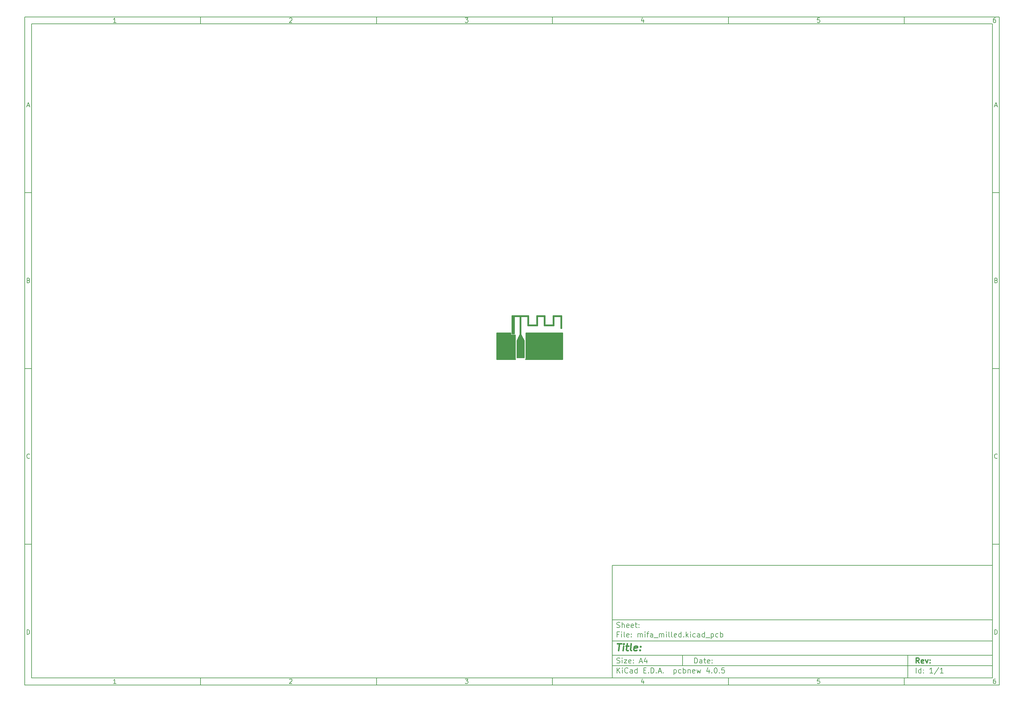
<source format=gbr>
%TF.GenerationSoftware,KiCad,Pcbnew,4.0.5*%
%TF.CreationDate,2017-03-02T13:00:21-08:00*%
%TF.ProjectId,mifa_milled,6D6966615F6D696C6C65642E6B696361,rev?*%
%TF.FileFunction,Copper,L1,Top,Signal*%
%FSLAX46Y46*%
G04 Gerber Fmt 4.6, Leading zero omitted, Abs format (unit mm)*
G04 Created by KiCad (PCBNEW 4.0.5) date 03/02/17 13:00:21*
%MOMM*%
%LPD*%
G01*
G04 APERTURE LIST*
%ADD10C,0.025400*%
%ADD11C,0.150000*%
%ADD12C,0.300000*%
%ADD13C,0.400000*%
%ADD14R,2.290000X5.080000*%
%ADD15R,2.420000X5.080000*%
%ADD16C,0.970000*%
%ADD17R,0.460000X0.890000*%
%ADD18C,0.500380*%
%ADD19C,0.254000*%
G04 APERTURE END LIST*
D10*
D11*
X177002200Y-166007200D02*
X177002200Y-198007200D01*
X285002200Y-198007200D01*
X285002200Y-166007200D01*
X177002200Y-166007200D01*
D10*
D11*
X10000000Y-10000000D02*
X10000000Y-200007200D01*
X287002200Y-200007200D01*
X287002200Y-10000000D01*
X10000000Y-10000000D01*
D10*
D11*
X12000000Y-12000000D02*
X12000000Y-198007200D01*
X285002200Y-198007200D01*
X285002200Y-12000000D01*
X12000000Y-12000000D01*
D10*
D11*
X60000000Y-12000000D02*
X60000000Y-10000000D01*
D10*
D11*
X110000000Y-12000000D02*
X110000000Y-10000000D01*
D10*
D11*
X160000000Y-12000000D02*
X160000000Y-10000000D01*
D10*
D11*
X210000000Y-12000000D02*
X210000000Y-10000000D01*
D10*
D11*
X260000000Y-12000000D02*
X260000000Y-10000000D01*
D10*
D11*
X35990476Y-11588095D02*
X35247619Y-11588095D01*
X35619048Y-11588095D02*
X35619048Y-10288095D01*
X35495238Y-10473810D01*
X35371429Y-10597619D01*
X35247619Y-10659524D01*
D10*
D11*
X85247619Y-10411905D02*
X85309524Y-10350000D01*
X85433333Y-10288095D01*
X85742857Y-10288095D01*
X85866667Y-10350000D01*
X85928571Y-10411905D01*
X85990476Y-10535714D01*
X85990476Y-10659524D01*
X85928571Y-10845238D01*
X85185714Y-11588095D01*
X85990476Y-11588095D01*
D10*
D11*
X135185714Y-10288095D02*
X135990476Y-10288095D01*
X135557143Y-10783333D01*
X135742857Y-10783333D01*
X135866667Y-10845238D01*
X135928571Y-10907143D01*
X135990476Y-11030952D01*
X135990476Y-11340476D01*
X135928571Y-11464286D01*
X135866667Y-11526190D01*
X135742857Y-11588095D01*
X135371429Y-11588095D01*
X135247619Y-11526190D01*
X135185714Y-11464286D01*
D10*
D11*
X185866667Y-10721429D02*
X185866667Y-11588095D01*
X185557143Y-10226190D02*
X185247619Y-11154762D01*
X186052381Y-11154762D01*
D10*
D11*
X235928571Y-10288095D02*
X235309524Y-10288095D01*
X235247619Y-10907143D01*
X235309524Y-10845238D01*
X235433333Y-10783333D01*
X235742857Y-10783333D01*
X235866667Y-10845238D01*
X235928571Y-10907143D01*
X235990476Y-11030952D01*
X235990476Y-11340476D01*
X235928571Y-11464286D01*
X235866667Y-11526190D01*
X235742857Y-11588095D01*
X235433333Y-11588095D01*
X235309524Y-11526190D01*
X235247619Y-11464286D01*
D10*
D11*
X285866667Y-10288095D02*
X285619048Y-10288095D01*
X285495238Y-10350000D01*
X285433333Y-10411905D01*
X285309524Y-10597619D01*
X285247619Y-10845238D01*
X285247619Y-11340476D01*
X285309524Y-11464286D01*
X285371429Y-11526190D01*
X285495238Y-11588095D01*
X285742857Y-11588095D01*
X285866667Y-11526190D01*
X285928571Y-11464286D01*
X285990476Y-11340476D01*
X285990476Y-11030952D01*
X285928571Y-10907143D01*
X285866667Y-10845238D01*
X285742857Y-10783333D01*
X285495238Y-10783333D01*
X285371429Y-10845238D01*
X285309524Y-10907143D01*
X285247619Y-11030952D01*
D10*
D11*
X60000000Y-198007200D02*
X60000000Y-200007200D01*
D10*
D11*
X110000000Y-198007200D02*
X110000000Y-200007200D01*
D10*
D11*
X160000000Y-198007200D02*
X160000000Y-200007200D01*
D10*
D11*
X210000000Y-198007200D02*
X210000000Y-200007200D01*
D10*
D11*
X260000000Y-198007200D02*
X260000000Y-200007200D01*
D10*
D11*
X35990476Y-199595295D02*
X35247619Y-199595295D01*
X35619048Y-199595295D02*
X35619048Y-198295295D01*
X35495238Y-198481010D01*
X35371429Y-198604819D01*
X35247619Y-198666724D01*
D10*
D11*
X85247619Y-198419105D02*
X85309524Y-198357200D01*
X85433333Y-198295295D01*
X85742857Y-198295295D01*
X85866667Y-198357200D01*
X85928571Y-198419105D01*
X85990476Y-198542914D01*
X85990476Y-198666724D01*
X85928571Y-198852438D01*
X85185714Y-199595295D01*
X85990476Y-199595295D01*
D10*
D11*
X135185714Y-198295295D02*
X135990476Y-198295295D01*
X135557143Y-198790533D01*
X135742857Y-198790533D01*
X135866667Y-198852438D01*
X135928571Y-198914343D01*
X135990476Y-199038152D01*
X135990476Y-199347676D01*
X135928571Y-199471486D01*
X135866667Y-199533390D01*
X135742857Y-199595295D01*
X135371429Y-199595295D01*
X135247619Y-199533390D01*
X135185714Y-199471486D01*
D10*
D11*
X185866667Y-198728629D02*
X185866667Y-199595295D01*
X185557143Y-198233390D02*
X185247619Y-199161962D01*
X186052381Y-199161962D01*
D10*
D11*
X235928571Y-198295295D02*
X235309524Y-198295295D01*
X235247619Y-198914343D01*
X235309524Y-198852438D01*
X235433333Y-198790533D01*
X235742857Y-198790533D01*
X235866667Y-198852438D01*
X235928571Y-198914343D01*
X235990476Y-199038152D01*
X235990476Y-199347676D01*
X235928571Y-199471486D01*
X235866667Y-199533390D01*
X235742857Y-199595295D01*
X235433333Y-199595295D01*
X235309524Y-199533390D01*
X235247619Y-199471486D01*
D10*
D11*
X285866667Y-198295295D02*
X285619048Y-198295295D01*
X285495238Y-198357200D01*
X285433333Y-198419105D01*
X285309524Y-198604819D01*
X285247619Y-198852438D01*
X285247619Y-199347676D01*
X285309524Y-199471486D01*
X285371429Y-199533390D01*
X285495238Y-199595295D01*
X285742857Y-199595295D01*
X285866667Y-199533390D01*
X285928571Y-199471486D01*
X285990476Y-199347676D01*
X285990476Y-199038152D01*
X285928571Y-198914343D01*
X285866667Y-198852438D01*
X285742857Y-198790533D01*
X285495238Y-198790533D01*
X285371429Y-198852438D01*
X285309524Y-198914343D01*
X285247619Y-199038152D01*
D10*
D11*
X10000000Y-60000000D02*
X12000000Y-60000000D01*
D10*
D11*
X10000000Y-110000000D02*
X12000000Y-110000000D01*
D10*
D11*
X10000000Y-160000000D02*
X12000000Y-160000000D01*
D10*
D11*
X10690476Y-35216667D02*
X11309524Y-35216667D01*
X10566667Y-35588095D02*
X11000000Y-34288095D01*
X11433333Y-35588095D01*
D10*
D11*
X11092857Y-84907143D02*
X11278571Y-84969048D01*
X11340476Y-85030952D01*
X11402381Y-85154762D01*
X11402381Y-85340476D01*
X11340476Y-85464286D01*
X11278571Y-85526190D01*
X11154762Y-85588095D01*
X10659524Y-85588095D01*
X10659524Y-84288095D01*
X11092857Y-84288095D01*
X11216667Y-84350000D01*
X11278571Y-84411905D01*
X11340476Y-84535714D01*
X11340476Y-84659524D01*
X11278571Y-84783333D01*
X11216667Y-84845238D01*
X11092857Y-84907143D01*
X10659524Y-84907143D01*
D10*
D11*
X11402381Y-135464286D02*
X11340476Y-135526190D01*
X11154762Y-135588095D01*
X11030952Y-135588095D01*
X10845238Y-135526190D01*
X10721429Y-135402381D01*
X10659524Y-135278571D01*
X10597619Y-135030952D01*
X10597619Y-134845238D01*
X10659524Y-134597619D01*
X10721429Y-134473810D01*
X10845238Y-134350000D01*
X11030952Y-134288095D01*
X11154762Y-134288095D01*
X11340476Y-134350000D01*
X11402381Y-134411905D01*
D10*
D11*
X10659524Y-185588095D02*
X10659524Y-184288095D01*
X10969048Y-184288095D01*
X11154762Y-184350000D01*
X11278571Y-184473810D01*
X11340476Y-184597619D01*
X11402381Y-184845238D01*
X11402381Y-185030952D01*
X11340476Y-185278571D01*
X11278571Y-185402381D01*
X11154762Y-185526190D01*
X10969048Y-185588095D01*
X10659524Y-185588095D01*
D10*
D11*
X287002200Y-60000000D02*
X285002200Y-60000000D01*
D10*
D11*
X287002200Y-110000000D02*
X285002200Y-110000000D01*
D10*
D11*
X287002200Y-160000000D02*
X285002200Y-160000000D01*
D10*
D11*
X285692676Y-35216667D02*
X286311724Y-35216667D01*
X285568867Y-35588095D02*
X286002200Y-34288095D01*
X286435533Y-35588095D01*
D10*
D11*
X286095057Y-84907143D02*
X286280771Y-84969048D01*
X286342676Y-85030952D01*
X286404581Y-85154762D01*
X286404581Y-85340476D01*
X286342676Y-85464286D01*
X286280771Y-85526190D01*
X286156962Y-85588095D01*
X285661724Y-85588095D01*
X285661724Y-84288095D01*
X286095057Y-84288095D01*
X286218867Y-84350000D01*
X286280771Y-84411905D01*
X286342676Y-84535714D01*
X286342676Y-84659524D01*
X286280771Y-84783333D01*
X286218867Y-84845238D01*
X286095057Y-84907143D01*
X285661724Y-84907143D01*
D10*
D11*
X286404581Y-135464286D02*
X286342676Y-135526190D01*
X286156962Y-135588095D01*
X286033152Y-135588095D01*
X285847438Y-135526190D01*
X285723629Y-135402381D01*
X285661724Y-135278571D01*
X285599819Y-135030952D01*
X285599819Y-134845238D01*
X285661724Y-134597619D01*
X285723629Y-134473810D01*
X285847438Y-134350000D01*
X286033152Y-134288095D01*
X286156962Y-134288095D01*
X286342676Y-134350000D01*
X286404581Y-134411905D01*
D10*
D11*
X285661724Y-185588095D02*
X285661724Y-184288095D01*
X285971248Y-184288095D01*
X286156962Y-184350000D01*
X286280771Y-184473810D01*
X286342676Y-184597619D01*
X286404581Y-184845238D01*
X286404581Y-185030952D01*
X286342676Y-185278571D01*
X286280771Y-185402381D01*
X286156962Y-185526190D01*
X285971248Y-185588095D01*
X285661724Y-185588095D01*
D10*
D11*
X200359343Y-193785771D02*
X200359343Y-192285771D01*
X200716486Y-192285771D01*
X200930771Y-192357200D01*
X201073629Y-192500057D01*
X201145057Y-192642914D01*
X201216486Y-192928629D01*
X201216486Y-193142914D01*
X201145057Y-193428629D01*
X201073629Y-193571486D01*
X200930771Y-193714343D01*
X200716486Y-193785771D01*
X200359343Y-193785771D01*
X202502200Y-193785771D02*
X202502200Y-193000057D01*
X202430771Y-192857200D01*
X202287914Y-192785771D01*
X202002200Y-192785771D01*
X201859343Y-192857200D01*
X202502200Y-193714343D02*
X202359343Y-193785771D01*
X202002200Y-193785771D01*
X201859343Y-193714343D01*
X201787914Y-193571486D01*
X201787914Y-193428629D01*
X201859343Y-193285771D01*
X202002200Y-193214343D01*
X202359343Y-193214343D01*
X202502200Y-193142914D01*
X203002200Y-192785771D02*
X203573629Y-192785771D01*
X203216486Y-192285771D02*
X203216486Y-193571486D01*
X203287914Y-193714343D01*
X203430772Y-193785771D01*
X203573629Y-193785771D01*
X204645057Y-193714343D02*
X204502200Y-193785771D01*
X204216486Y-193785771D01*
X204073629Y-193714343D01*
X204002200Y-193571486D01*
X204002200Y-193000057D01*
X204073629Y-192857200D01*
X204216486Y-192785771D01*
X204502200Y-192785771D01*
X204645057Y-192857200D01*
X204716486Y-193000057D01*
X204716486Y-193142914D01*
X204002200Y-193285771D01*
X205359343Y-193642914D02*
X205430771Y-193714343D01*
X205359343Y-193785771D01*
X205287914Y-193714343D01*
X205359343Y-193642914D01*
X205359343Y-193785771D01*
X205359343Y-192857200D02*
X205430771Y-192928629D01*
X205359343Y-193000057D01*
X205287914Y-192928629D01*
X205359343Y-192857200D01*
X205359343Y-193000057D01*
D10*
D11*
X177002200Y-194507200D02*
X285002200Y-194507200D01*
D10*
D11*
X178359343Y-196585771D02*
X178359343Y-195085771D01*
X179216486Y-196585771D02*
X178573629Y-195728629D01*
X179216486Y-195085771D02*
X178359343Y-195942914D01*
X179859343Y-196585771D02*
X179859343Y-195585771D01*
X179859343Y-195085771D02*
X179787914Y-195157200D01*
X179859343Y-195228629D01*
X179930771Y-195157200D01*
X179859343Y-195085771D01*
X179859343Y-195228629D01*
X181430772Y-196442914D02*
X181359343Y-196514343D01*
X181145057Y-196585771D01*
X181002200Y-196585771D01*
X180787915Y-196514343D01*
X180645057Y-196371486D01*
X180573629Y-196228629D01*
X180502200Y-195942914D01*
X180502200Y-195728629D01*
X180573629Y-195442914D01*
X180645057Y-195300057D01*
X180787915Y-195157200D01*
X181002200Y-195085771D01*
X181145057Y-195085771D01*
X181359343Y-195157200D01*
X181430772Y-195228629D01*
X182716486Y-196585771D02*
X182716486Y-195800057D01*
X182645057Y-195657200D01*
X182502200Y-195585771D01*
X182216486Y-195585771D01*
X182073629Y-195657200D01*
X182716486Y-196514343D02*
X182573629Y-196585771D01*
X182216486Y-196585771D01*
X182073629Y-196514343D01*
X182002200Y-196371486D01*
X182002200Y-196228629D01*
X182073629Y-196085771D01*
X182216486Y-196014343D01*
X182573629Y-196014343D01*
X182716486Y-195942914D01*
X184073629Y-196585771D02*
X184073629Y-195085771D01*
X184073629Y-196514343D02*
X183930772Y-196585771D01*
X183645058Y-196585771D01*
X183502200Y-196514343D01*
X183430772Y-196442914D01*
X183359343Y-196300057D01*
X183359343Y-195871486D01*
X183430772Y-195728629D01*
X183502200Y-195657200D01*
X183645058Y-195585771D01*
X183930772Y-195585771D01*
X184073629Y-195657200D01*
X185930772Y-195800057D02*
X186430772Y-195800057D01*
X186645058Y-196585771D02*
X185930772Y-196585771D01*
X185930772Y-195085771D01*
X186645058Y-195085771D01*
X187287915Y-196442914D02*
X187359343Y-196514343D01*
X187287915Y-196585771D01*
X187216486Y-196514343D01*
X187287915Y-196442914D01*
X187287915Y-196585771D01*
X188002201Y-196585771D02*
X188002201Y-195085771D01*
X188359344Y-195085771D01*
X188573629Y-195157200D01*
X188716487Y-195300057D01*
X188787915Y-195442914D01*
X188859344Y-195728629D01*
X188859344Y-195942914D01*
X188787915Y-196228629D01*
X188716487Y-196371486D01*
X188573629Y-196514343D01*
X188359344Y-196585771D01*
X188002201Y-196585771D01*
X189502201Y-196442914D02*
X189573629Y-196514343D01*
X189502201Y-196585771D01*
X189430772Y-196514343D01*
X189502201Y-196442914D01*
X189502201Y-196585771D01*
X190145058Y-196157200D02*
X190859344Y-196157200D01*
X190002201Y-196585771D02*
X190502201Y-195085771D01*
X191002201Y-196585771D01*
X191502201Y-196442914D02*
X191573629Y-196514343D01*
X191502201Y-196585771D01*
X191430772Y-196514343D01*
X191502201Y-196442914D01*
X191502201Y-196585771D01*
X194502201Y-195585771D02*
X194502201Y-197085771D01*
X194502201Y-195657200D02*
X194645058Y-195585771D01*
X194930772Y-195585771D01*
X195073629Y-195657200D01*
X195145058Y-195728629D01*
X195216487Y-195871486D01*
X195216487Y-196300057D01*
X195145058Y-196442914D01*
X195073629Y-196514343D01*
X194930772Y-196585771D01*
X194645058Y-196585771D01*
X194502201Y-196514343D01*
X196502201Y-196514343D02*
X196359344Y-196585771D01*
X196073630Y-196585771D01*
X195930772Y-196514343D01*
X195859344Y-196442914D01*
X195787915Y-196300057D01*
X195787915Y-195871486D01*
X195859344Y-195728629D01*
X195930772Y-195657200D01*
X196073630Y-195585771D01*
X196359344Y-195585771D01*
X196502201Y-195657200D01*
X197145058Y-196585771D02*
X197145058Y-195085771D01*
X197145058Y-195657200D02*
X197287915Y-195585771D01*
X197573629Y-195585771D01*
X197716486Y-195657200D01*
X197787915Y-195728629D01*
X197859344Y-195871486D01*
X197859344Y-196300057D01*
X197787915Y-196442914D01*
X197716486Y-196514343D01*
X197573629Y-196585771D01*
X197287915Y-196585771D01*
X197145058Y-196514343D01*
X198502201Y-195585771D02*
X198502201Y-196585771D01*
X198502201Y-195728629D02*
X198573629Y-195657200D01*
X198716487Y-195585771D01*
X198930772Y-195585771D01*
X199073629Y-195657200D01*
X199145058Y-195800057D01*
X199145058Y-196585771D01*
X200430772Y-196514343D02*
X200287915Y-196585771D01*
X200002201Y-196585771D01*
X199859344Y-196514343D01*
X199787915Y-196371486D01*
X199787915Y-195800057D01*
X199859344Y-195657200D01*
X200002201Y-195585771D01*
X200287915Y-195585771D01*
X200430772Y-195657200D01*
X200502201Y-195800057D01*
X200502201Y-195942914D01*
X199787915Y-196085771D01*
X201002201Y-195585771D02*
X201287915Y-196585771D01*
X201573629Y-195871486D01*
X201859344Y-196585771D01*
X202145058Y-195585771D01*
X204502201Y-195585771D02*
X204502201Y-196585771D01*
X204145058Y-195014343D02*
X203787915Y-196085771D01*
X204716487Y-196085771D01*
X205287915Y-196442914D02*
X205359343Y-196514343D01*
X205287915Y-196585771D01*
X205216486Y-196514343D01*
X205287915Y-196442914D01*
X205287915Y-196585771D01*
X206287915Y-195085771D02*
X206430772Y-195085771D01*
X206573629Y-195157200D01*
X206645058Y-195228629D01*
X206716487Y-195371486D01*
X206787915Y-195657200D01*
X206787915Y-196014343D01*
X206716487Y-196300057D01*
X206645058Y-196442914D01*
X206573629Y-196514343D01*
X206430772Y-196585771D01*
X206287915Y-196585771D01*
X206145058Y-196514343D01*
X206073629Y-196442914D01*
X206002201Y-196300057D01*
X205930772Y-196014343D01*
X205930772Y-195657200D01*
X206002201Y-195371486D01*
X206073629Y-195228629D01*
X206145058Y-195157200D01*
X206287915Y-195085771D01*
X207430772Y-196442914D02*
X207502200Y-196514343D01*
X207430772Y-196585771D01*
X207359343Y-196514343D01*
X207430772Y-196442914D01*
X207430772Y-196585771D01*
X208859344Y-195085771D02*
X208145058Y-195085771D01*
X208073629Y-195800057D01*
X208145058Y-195728629D01*
X208287915Y-195657200D01*
X208645058Y-195657200D01*
X208787915Y-195728629D01*
X208859344Y-195800057D01*
X208930772Y-195942914D01*
X208930772Y-196300057D01*
X208859344Y-196442914D01*
X208787915Y-196514343D01*
X208645058Y-196585771D01*
X208287915Y-196585771D01*
X208145058Y-196514343D01*
X208073629Y-196442914D01*
D10*
D11*
X177002200Y-191507200D02*
X285002200Y-191507200D01*
D10*
D12*
X264216486Y-193785771D02*
X263716486Y-193071486D01*
X263359343Y-193785771D02*
X263359343Y-192285771D01*
X263930771Y-192285771D01*
X264073629Y-192357200D01*
X264145057Y-192428629D01*
X264216486Y-192571486D01*
X264216486Y-192785771D01*
X264145057Y-192928629D01*
X264073629Y-193000057D01*
X263930771Y-193071486D01*
X263359343Y-193071486D01*
X265430771Y-193714343D02*
X265287914Y-193785771D01*
X265002200Y-193785771D01*
X264859343Y-193714343D01*
X264787914Y-193571486D01*
X264787914Y-193000057D01*
X264859343Y-192857200D01*
X265002200Y-192785771D01*
X265287914Y-192785771D01*
X265430771Y-192857200D01*
X265502200Y-193000057D01*
X265502200Y-193142914D01*
X264787914Y-193285771D01*
X266002200Y-192785771D02*
X266359343Y-193785771D01*
X266716485Y-192785771D01*
X267287914Y-193642914D02*
X267359342Y-193714343D01*
X267287914Y-193785771D01*
X267216485Y-193714343D01*
X267287914Y-193642914D01*
X267287914Y-193785771D01*
X267287914Y-192857200D02*
X267359342Y-192928629D01*
X267287914Y-193000057D01*
X267216485Y-192928629D01*
X267287914Y-192857200D01*
X267287914Y-193000057D01*
D10*
D11*
X178287914Y-193714343D02*
X178502200Y-193785771D01*
X178859343Y-193785771D01*
X179002200Y-193714343D01*
X179073629Y-193642914D01*
X179145057Y-193500057D01*
X179145057Y-193357200D01*
X179073629Y-193214343D01*
X179002200Y-193142914D01*
X178859343Y-193071486D01*
X178573629Y-193000057D01*
X178430771Y-192928629D01*
X178359343Y-192857200D01*
X178287914Y-192714343D01*
X178287914Y-192571486D01*
X178359343Y-192428629D01*
X178430771Y-192357200D01*
X178573629Y-192285771D01*
X178930771Y-192285771D01*
X179145057Y-192357200D01*
X179787914Y-193785771D02*
X179787914Y-192785771D01*
X179787914Y-192285771D02*
X179716485Y-192357200D01*
X179787914Y-192428629D01*
X179859342Y-192357200D01*
X179787914Y-192285771D01*
X179787914Y-192428629D01*
X180359343Y-192785771D02*
X181145057Y-192785771D01*
X180359343Y-193785771D01*
X181145057Y-193785771D01*
X182287914Y-193714343D02*
X182145057Y-193785771D01*
X181859343Y-193785771D01*
X181716486Y-193714343D01*
X181645057Y-193571486D01*
X181645057Y-193000057D01*
X181716486Y-192857200D01*
X181859343Y-192785771D01*
X182145057Y-192785771D01*
X182287914Y-192857200D01*
X182359343Y-193000057D01*
X182359343Y-193142914D01*
X181645057Y-193285771D01*
X183002200Y-193642914D02*
X183073628Y-193714343D01*
X183002200Y-193785771D01*
X182930771Y-193714343D01*
X183002200Y-193642914D01*
X183002200Y-193785771D01*
X183002200Y-192857200D02*
X183073628Y-192928629D01*
X183002200Y-193000057D01*
X182930771Y-192928629D01*
X183002200Y-192857200D01*
X183002200Y-193000057D01*
X184787914Y-193357200D02*
X185502200Y-193357200D01*
X184645057Y-193785771D02*
X185145057Y-192285771D01*
X185645057Y-193785771D01*
X186787914Y-192785771D02*
X186787914Y-193785771D01*
X186430771Y-192214343D02*
X186073628Y-193285771D01*
X187002200Y-193285771D01*
D10*
D11*
X263359343Y-196585771D02*
X263359343Y-195085771D01*
X264716486Y-196585771D02*
X264716486Y-195085771D01*
X264716486Y-196514343D02*
X264573629Y-196585771D01*
X264287915Y-196585771D01*
X264145057Y-196514343D01*
X264073629Y-196442914D01*
X264002200Y-196300057D01*
X264002200Y-195871486D01*
X264073629Y-195728629D01*
X264145057Y-195657200D01*
X264287915Y-195585771D01*
X264573629Y-195585771D01*
X264716486Y-195657200D01*
X265430772Y-196442914D02*
X265502200Y-196514343D01*
X265430772Y-196585771D01*
X265359343Y-196514343D01*
X265430772Y-196442914D01*
X265430772Y-196585771D01*
X265430772Y-195657200D02*
X265502200Y-195728629D01*
X265430772Y-195800057D01*
X265359343Y-195728629D01*
X265430772Y-195657200D01*
X265430772Y-195800057D01*
X268073629Y-196585771D02*
X267216486Y-196585771D01*
X267645058Y-196585771D02*
X267645058Y-195085771D01*
X267502201Y-195300057D01*
X267359343Y-195442914D01*
X267216486Y-195514343D01*
X269787914Y-195014343D02*
X268502200Y-196942914D01*
X271073629Y-196585771D02*
X270216486Y-196585771D01*
X270645058Y-196585771D02*
X270645058Y-195085771D01*
X270502201Y-195300057D01*
X270359343Y-195442914D01*
X270216486Y-195514343D01*
D10*
D11*
X177002200Y-187507200D02*
X285002200Y-187507200D01*
D10*
D13*
X178454581Y-188211962D02*
X179597438Y-188211962D01*
X178776010Y-190211962D02*
X179026010Y-188211962D01*
X180014105Y-190211962D02*
X180180771Y-188878629D01*
X180264105Y-188211962D02*
X180156962Y-188307200D01*
X180240295Y-188402438D01*
X180347439Y-188307200D01*
X180264105Y-188211962D01*
X180240295Y-188402438D01*
X180847438Y-188878629D02*
X181609343Y-188878629D01*
X181216486Y-188211962D02*
X181002200Y-189926248D01*
X181073630Y-190116724D01*
X181252201Y-190211962D01*
X181442677Y-190211962D01*
X182395058Y-190211962D02*
X182216487Y-190116724D01*
X182145057Y-189926248D01*
X182359343Y-188211962D01*
X183930772Y-190116724D02*
X183728391Y-190211962D01*
X183347439Y-190211962D01*
X183168867Y-190116724D01*
X183097438Y-189926248D01*
X183192676Y-189164343D01*
X183311724Y-188973867D01*
X183514105Y-188878629D01*
X183895057Y-188878629D01*
X184073629Y-188973867D01*
X184145057Y-189164343D01*
X184121248Y-189354819D01*
X183145057Y-189545295D01*
X184895057Y-190021486D02*
X184978392Y-190116724D01*
X184871248Y-190211962D01*
X184787915Y-190116724D01*
X184895057Y-190021486D01*
X184871248Y-190211962D01*
X185026010Y-188973867D02*
X185109344Y-189069105D01*
X185002200Y-189164343D01*
X184918867Y-189069105D01*
X185026010Y-188973867D01*
X185002200Y-189164343D01*
D10*
D11*
X178859343Y-185600057D02*
X178359343Y-185600057D01*
X178359343Y-186385771D02*
X178359343Y-184885771D01*
X179073629Y-184885771D01*
X179645057Y-186385771D02*
X179645057Y-185385771D01*
X179645057Y-184885771D02*
X179573628Y-184957200D01*
X179645057Y-185028629D01*
X179716485Y-184957200D01*
X179645057Y-184885771D01*
X179645057Y-185028629D01*
X180573629Y-186385771D02*
X180430771Y-186314343D01*
X180359343Y-186171486D01*
X180359343Y-184885771D01*
X181716485Y-186314343D02*
X181573628Y-186385771D01*
X181287914Y-186385771D01*
X181145057Y-186314343D01*
X181073628Y-186171486D01*
X181073628Y-185600057D01*
X181145057Y-185457200D01*
X181287914Y-185385771D01*
X181573628Y-185385771D01*
X181716485Y-185457200D01*
X181787914Y-185600057D01*
X181787914Y-185742914D01*
X181073628Y-185885771D01*
X182430771Y-186242914D02*
X182502199Y-186314343D01*
X182430771Y-186385771D01*
X182359342Y-186314343D01*
X182430771Y-186242914D01*
X182430771Y-186385771D01*
X182430771Y-185457200D02*
X182502199Y-185528629D01*
X182430771Y-185600057D01*
X182359342Y-185528629D01*
X182430771Y-185457200D01*
X182430771Y-185600057D01*
X184287914Y-186385771D02*
X184287914Y-185385771D01*
X184287914Y-185528629D02*
X184359342Y-185457200D01*
X184502200Y-185385771D01*
X184716485Y-185385771D01*
X184859342Y-185457200D01*
X184930771Y-185600057D01*
X184930771Y-186385771D01*
X184930771Y-185600057D02*
X185002200Y-185457200D01*
X185145057Y-185385771D01*
X185359342Y-185385771D01*
X185502200Y-185457200D01*
X185573628Y-185600057D01*
X185573628Y-186385771D01*
X186287914Y-186385771D02*
X186287914Y-185385771D01*
X186287914Y-184885771D02*
X186216485Y-184957200D01*
X186287914Y-185028629D01*
X186359342Y-184957200D01*
X186287914Y-184885771D01*
X186287914Y-185028629D01*
X186787914Y-185385771D02*
X187359343Y-185385771D01*
X187002200Y-186385771D02*
X187002200Y-185100057D01*
X187073628Y-184957200D01*
X187216486Y-184885771D01*
X187359343Y-184885771D01*
X188502200Y-186385771D02*
X188502200Y-185600057D01*
X188430771Y-185457200D01*
X188287914Y-185385771D01*
X188002200Y-185385771D01*
X187859343Y-185457200D01*
X188502200Y-186314343D02*
X188359343Y-186385771D01*
X188002200Y-186385771D01*
X187859343Y-186314343D01*
X187787914Y-186171486D01*
X187787914Y-186028629D01*
X187859343Y-185885771D01*
X188002200Y-185814343D01*
X188359343Y-185814343D01*
X188502200Y-185742914D01*
X188859343Y-186528629D02*
X190002200Y-186528629D01*
X190359343Y-186385771D02*
X190359343Y-185385771D01*
X190359343Y-185528629D02*
X190430771Y-185457200D01*
X190573629Y-185385771D01*
X190787914Y-185385771D01*
X190930771Y-185457200D01*
X191002200Y-185600057D01*
X191002200Y-186385771D01*
X191002200Y-185600057D02*
X191073629Y-185457200D01*
X191216486Y-185385771D01*
X191430771Y-185385771D01*
X191573629Y-185457200D01*
X191645057Y-185600057D01*
X191645057Y-186385771D01*
X192359343Y-186385771D02*
X192359343Y-185385771D01*
X192359343Y-184885771D02*
X192287914Y-184957200D01*
X192359343Y-185028629D01*
X192430771Y-184957200D01*
X192359343Y-184885771D01*
X192359343Y-185028629D01*
X193287915Y-186385771D02*
X193145057Y-186314343D01*
X193073629Y-186171486D01*
X193073629Y-184885771D01*
X194073629Y-186385771D02*
X193930771Y-186314343D01*
X193859343Y-186171486D01*
X193859343Y-184885771D01*
X195216485Y-186314343D02*
X195073628Y-186385771D01*
X194787914Y-186385771D01*
X194645057Y-186314343D01*
X194573628Y-186171486D01*
X194573628Y-185600057D01*
X194645057Y-185457200D01*
X194787914Y-185385771D01*
X195073628Y-185385771D01*
X195216485Y-185457200D01*
X195287914Y-185600057D01*
X195287914Y-185742914D01*
X194573628Y-185885771D01*
X196573628Y-186385771D02*
X196573628Y-184885771D01*
X196573628Y-186314343D02*
X196430771Y-186385771D01*
X196145057Y-186385771D01*
X196002199Y-186314343D01*
X195930771Y-186242914D01*
X195859342Y-186100057D01*
X195859342Y-185671486D01*
X195930771Y-185528629D01*
X196002199Y-185457200D01*
X196145057Y-185385771D01*
X196430771Y-185385771D01*
X196573628Y-185457200D01*
X197287914Y-186242914D02*
X197359342Y-186314343D01*
X197287914Y-186385771D01*
X197216485Y-186314343D01*
X197287914Y-186242914D01*
X197287914Y-186385771D01*
X198002200Y-186385771D02*
X198002200Y-184885771D01*
X198145057Y-185814343D02*
X198573628Y-186385771D01*
X198573628Y-185385771D02*
X198002200Y-185957200D01*
X199216486Y-186385771D02*
X199216486Y-185385771D01*
X199216486Y-184885771D02*
X199145057Y-184957200D01*
X199216486Y-185028629D01*
X199287914Y-184957200D01*
X199216486Y-184885771D01*
X199216486Y-185028629D01*
X200573629Y-186314343D02*
X200430772Y-186385771D01*
X200145058Y-186385771D01*
X200002200Y-186314343D01*
X199930772Y-186242914D01*
X199859343Y-186100057D01*
X199859343Y-185671486D01*
X199930772Y-185528629D01*
X200002200Y-185457200D01*
X200145058Y-185385771D01*
X200430772Y-185385771D01*
X200573629Y-185457200D01*
X201859343Y-186385771D02*
X201859343Y-185600057D01*
X201787914Y-185457200D01*
X201645057Y-185385771D01*
X201359343Y-185385771D01*
X201216486Y-185457200D01*
X201859343Y-186314343D02*
X201716486Y-186385771D01*
X201359343Y-186385771D01*
X201216486Y-186314343D01*
X201145057Y-186171486D01*
X201145057Y-186028629D01*
X201216486Y-185885771D01*
X201359343Y-185814343D01*
X201716486Y-185814343D01*
X201859343Y-185742914D01*
X203216486Y-186385771D02*
X203216486Y-184885771D01*
X203216486Y-186314343D02*
X203073629Y-186385771D01*
X202787915Y-186385771D01*
X202645057Y-186314343D01*
X202573629Y-186242914D01*
X202502200Y-186100057D01*
X202502200Y-185671486D01*
X202573629Y-185528629D01*
X202645057Y-185457200D01*
X202787915Y-185385771D01*
X203073629Y-185385771D01*
X203216486Y-185457200D01*
X203573629Y-186528629D02*
X204716486Y-186528629D01*
X205073629Y-185385771D02*
X205073629Y-186885771D01*
X205073629Y-185457200D02*
X205216486Y-185385771D01*
X205502200Y-185385771D01*
X205645057Y-185457200D01*
X205716486Y-185528629D01*
X205787915Y-185671486D01*
X205787915Y-186100057D01*
X205716486Y-186242914D01*
X205645057Y-186314343D01*
X205502200Y-186385771D01*
X205216486Y-186385771D01*
X205073629Y-186314343D01*
X207073629Y-186314343D02*
X206930772Y-186385771D01*
X206645058Y-186385771D01*
X206502200Y-186314343D01*
X206430772Y-186242914D01*
X206359343Y-186100057D01*
X206359343Y-185671486D01*
X206430772Y-185528629D01*
X206502200Y-185457200D01*
X206645058Y-185385771D01*
X206930772Y-185385771D01*
X207073629Y-185457200D01*
X207716486Y-186385771D02*
X207716486Y-184885771D01*
X207716486Y-185457200D02*
X207859343Y-185385771D01*
X208145057Y-185385771D01*
X208287914Y-185457200D01*
X208359343Y-185528629D01*
X208430772Y-185671486D01*
X208430772Y-186100057D01*
X208359343Y-186242914D01*
X208287914Y-186314343D01*
X208145057Y-186385771D01*
X207859343Y-186385771D01*
X207716486Y-186314343D01*
D10*
D11*
X177002200Y-181507200D02*
X285002200Y-181507200D01*
D10*
D11*
X178287914Y-183614343D02*
X178502200Y-183685771D01*
X178859343Y-183685771D01*
X179002200Y-183614343D01*
X179073629Y-183542914D01*
X179145057Y-183400057D01*
X179145057Y-183257200D01*
X179073629Y-183114343D01*
X179002200Y-183042914D01*
X178859343Y-182971486D01*
X178573629Y-182900057D01*
X178430771Y-182828629D01*
X178359343Y-182757200D01*
X178287914Y-182614343D01*
X178287914Y-182471486D01*
X178359343Y-182328629D01*
X178430771Y-182257200D01*
X178573629Y-182185771D01*
X178930771Y-182185771D01*
X179145057Y-182257200D01*
X179787914Y-183685771D02*
X179787914Y-182185771D01*
X180430771Y-183685771D02*
X180430771Y-182900057D01*
X180359342Y-182757200D01*
X180216485Y-182685771D01*
X180002200Y-182685771D01*
X179859342Y-182757200D01*
X179787914Y-182828629D01*
X181716485Y-183614343D02*
X181573628Y-183685771D01*
X181287914Y-183685771D01*
X181145057Y-183614343D01*
X181073628Y-183471486D01*
X181073628Y-182900057D01*
X181145057Y-182757200D01*
X181287914Y-182685771D01*
X181573628Y-182685771D01*
X181716485Y-182757200D01*
X181787914Y-182900057D01*
X181787914Y-183042914D01*
X181073628Y-183185771D01*
X183002199Y-183614343D02*
X182859342Y-183685771D01*
X182573628Y-183685771D01*
X182430771Y-183614343D01*
X182359342Y-183471486D01*
X182359342Y-182900057D01*
X182430771Y-182757200D01*
X182573628Y-182685771D01*
X182859342Y-182685771D01*
X183002199Y-182757200D01*
X183073628Y-182900057D01*
X183073628Y-183042914D01*
X182359342Y-183185771D01*
X183502199Y-182685771D02*
X184073628Y-182685771D01*
X183716485Y-182185771D02*
X183716485Y-183471486D01*
X183787913Y-183614343D01*
X183930771Y-183685771D01*
X184073628Y-183685771D01*
X184573628Y-183542914D02*
X184645056Y-183614343D01*
X184573628Y-183685771D01*
X184502199Y-183614343D01*
X184573628Y-183542914D01*
X184573628Y-183685771D01*
X184573628Y-182757200D02*
X184645056Y-182828629D01*
X184573628Y-182900057D01*
X184502199Y-182828629D01*
X184573628Y-182757200D01*
X184573628Y-182900057D01*
D10*
D11*
X197002200Y-191507200D02*
X197002200Y-194507200D01*
D10*
D11*
X261002200Y-191507200D02*
X261002200Y-198007200D01*
D14*
X150876000Y-104488400D03*
D15*
X146496000Y-104488400D03*
X155256000Y-104488400D03*
D16*
X146496000Y-101048400D03*
X155256000Y-101048400D03*
D17*
X146496000Y-101498400D03*
X155256000Y-101498400D03*
D18*
X162496500Y-100152200D03*
X161607500Y-100152200D03*
X160718500Y-100152200D03*
X159829500Y-100152200D03*
X158940500Y-100152200D03*
X158051500Y-100152200D03*
X157162500Y-100152200D03*
X156273500Y-100152200D03*
X155384500Y-100152200D03*
X154495500Y-100152200D03*
X153606500Y-100152200D03*
X152717500Y-101041200D03*
X152717500Y-100152200D03*
X148780500Y-99707700D03*
D19*
X148082000Y-99834700D02*
X144145000Y-99834700D01*
X148082000Y-100037900D02*
X144145000Y-100037900D01*
X148082000Y-100241100D02*
X144145000Y-100241100D01*
X148136865Y-100444300D02*
X144145000Y-100444300D01*
X149352000Y-100647500D02*
X144145000Y-100647500D01*
X149352000Y-100850700D02*
X144145000Y-100850700D01*
X149352000Y-101053900D02*
X144145000Y-101053900D01*
X149352000Y-101257100D02*
X144145000Y-101257100D01*
X149352000Y-101460300D02*
X144145000Y-101460300D01*
X149352000Y-101663500D02*
X144145000Y-101663500D01*
X149352000Y-101866700D02*
X144145000Y-101866700D01*
X149352000Y-102069900D02*
X144145000Y-102069900D01*
X149352000Y-102273100D02*
X144145000Y-102273100D01*
X149352000Y-102476300D02*
X144145000Y-102476300D01*
X149352000Y-102679500D02*
X144145000Y-102679500D01*
X149352000Y-102882700D02*
X144145000Y-102882700D01*
X149352000Y-103085900D02*
X144145000Y-103085900D01*
X149352000Y-103289100D02*
X144145000Y-103289100D01*
X149352000Y-103492300D02*
X144145000Y-103492300D01*
X149352000Y-103695500D02*
X144145000Y-103695500D01*
X149352000Y-103898700D02*
X144145000Y-103898700D01*
X149352000Y-104101900D02*
X144145000Y-104101900D01*
X149352000Y-104305100D02*
X144145000Y-104305100D01*
X149352000Y-104508300D02*
X144145000Y-104508300D01*
X149352000Y-104711500D02*
X144145000Y-104711500D01*
X149352000Y-104914700D02*
X144145000Y-104914700D01*
X149352000Y-105117900D02*
X144145000Y-105117900D01*
X149352000Y-105321100D02*
X144145000Y-105321100D01*
X149352000Y-105524300D02*
X144145000Y-105524300D01*
X149352000Y-105727500D02*
X144145000Y-105727500D01*
X149352000Y-105930700D02*
X144145000Y-105930700D01*
X149352000Y-106133900D02*
X144145000Y-106133900D01*
X149352000Y-106337100D02*
X144145000Y-106337100D01*
X149352000Y-106540300D02*
X144145000Y-106540300D01*
X149352000Y-106743500D02*
X144145000Y-106743500D01*
X149352000Y-106946700D02*
X144145000Y-106946700D01*
X149352000Y-107149900D02*
X144145000Y-107149900D01*
X149380310Y-107353100D02*
X144145000Y-107353100D01*
X162864800Y-99834700D02*
X152400000Y-99834700D01*
X162864800Y-100037900D02*
X152400000Y-100037900D01*
X162864800Y-100241100D02*
X152400000Y-100241100D01*
X162864800Y-100444300D02*
X152400000Y-100444300D01*
X162864800Y-100647500D02*
X152400000Y-100647500D01*
X162864800Y-100850700D02*
X152400000Y-100850700D01*
X162864800Y-101053900D02*
X152400000Y-101053900D01*
X162864800Y-101257100D02*
X152400000Y-101257100D01*
X162864800Y-101460300D02*
X152400000Y-101460300D01*
X162864800Y-101663500D02*
X152400000Y-101663500D01*
X162864800Y-101866700D02*
X152400000Y-101866700D01*
X162864800Y-102069900D02*
X152400000Y-102069900D01*
X162864800Y-102273100D02*
X152400000Y-102273100D01*
X162864800Y-102476300D02*
X152400000Y-102476300D01*
X162864800Y-102679500D02*
X152400000Y-102679500D01*
X162864800Y-102882700D02*
X152400000Y-102882700D01*
X162864800Y-103085900D02*
X152400000Y-103085900D01*
X162864800Y-103289100D02*
X152400000Y-103289100D01*
X162864800Y-103492300D02*
X152400000Y-103492300D01*
X162864800Y-103695500D02*
X152400000Y-103695500D01*
X162864800Y-103898700D02*
X152400000Y-103898700D01*
X162864800Y-104101900D02*
X152400000Y-104101900D01*
X162864800Y-104305100D02*
X152400000Y-104305100D01*
X162864800Y-104508300D02*
X152400000Y-104508300D01*
X162864800Y-104711500D02*
X152400000Y-104711500D01*
X162864800Y-104914700D02*
X152400000Y-104914700D01*
X162864800Y-105117900D02*
X152400000Y-105117900D01*
X162864800Y-105321100D02*
X152400000Y-105321100D01*
X162864800Y-105524300D02*
X152400000Y-105524300D01*
X162864800Y-105727500D02*
X152400000Y-105727500D01*
X162864800Y-105930700D02*
X152400000Y-105930700D01*
X162864800Y-106133900D02*
X152400000Y-106133900D01*
X162864800Y-106337100D02*
X152400000Y-106337100D01*
X162864800Y-106540300D02*
X152400000Y-106540300D01*
X162864800Y-106743500D02*
X152400000Y-106743500D01*
X162864800Y-106946700D02*
X152400000Y-106946700D01*
X162864800Y-107149900D02*
X152400000Y-107149900D01*
X162864800Y-107353100D02*
X152371983Y-107353100D01*
X148082000Y-100342700D02*
X148092006Y-100392110D01*
X148120447Y-100433735D01*
X148162841Y-100461015D01*
X148209000Y-100469700D01*
X149352000Y-100469700D01*
X149352000Y-107276900D01*
X149362006Y-107326310D01*
X149390447Y-107367935D01*
X149432841Y-107395215D01*
X149479000Y-107403900D01*
X144145000Y-107403900D01*
X144145000Y-99834700D01*
X148082000Y-99834700D01*
X148082000Y-100342700D01*
X148082000Y-99834700D02*
X144145000Y-99834700D01*
X148082000Y-100037900D02*
X144145000Y-100037900D01*
X148082000Y-100241100D02*
X144145000Y-100241100D01*
X148136865Y-100444300D02*
X144145000Y-100444300D01*
X149352000Y-100647500D02*
X144145000Y-100647500D01*
X149352000Y-100850700D02*
X144145000Y-100850700D01*
X149352000Y-101053900D02*
X144145000Y-101053900D01*
X149352000Y-101257100D02*
X144145000Y-101257100D01*
X149352000Y-101460300D02*
X144145000Y-101460300D01*
X149352000Y-101663500D02*
X144145000Y-101663500D01*
X149352000Y-101866700D02*
X144145000Y-101866700D01*
X149352000Y-102069900D02*
X144145000Y-102069900D01*
X149352000Y-102273100D02*
X144145000Y-102273100D01*
X149352000Y-102476300D02*
X144145000Y-102476300D01*
X149352000Y-102679500D02*
X144145000Y-102679500D01*
X149352000Y-102882700D02*
X144145000Y-102882700D01*
X149352000Y-103085900D02*
X144145000Y-103085900D01*
X149352000Y-103289100D02*
X144145000Y-103289100D01*
X149352000Y-103492300D02*
X144145000Y-103492300D01*
X149352000Y-103695500D02*
X144145000Y-103695500D01*
X149352000Y-103898700D02*
X144145000Y-103898700D01*
X149352000Y-104101900D02*
X144145000Y-104101900D01*
X149352000Y-104305100D02*
X144145000Y-104305100D01*
X149352000Y-104508300D02*
X144145000Y-104508300D01*
X149352000Y-104711500D02*
X144145000Y-104711500D01*
X149352000Y-104914700D02*
X144145000Y-104914700D01*
X149352000Y-105117900D02*
X144145000Y-105117900D01*
X149352000Y-105321100D02*
X144145000Y-105321100D01*
X149352000Y-105524300D02*
X144145000Y-105524300D01*
X149352000Y-105727500D02*
X144145000Y-105727500D01*
X149352000Y-105930700D02*
X144145000Y-105930700D01*
X149352000Y-106133900D02*
X144145000Y-106133900D01*
X149352000Y-106337100D02*
X144145000Y-106337100D01*
X149352000Y-106540300D02*
X144145000Y-106540300D01*
X149352000Y-106743500D02*
X144145000Y-106743500D01*
X149352000Y-106946700D02*
X144145000Y-106946700D01*
X149352000Y-107149900D02*
X144145000Y-107149900D01*
X149380310Y-107353100D02*
X144145000Y-107353100D01*
X162864800Y-99834700D02*
X152400000Y-99834700D01*
X162864800Y-100037900D02*
X152400000Y-100037900D01*
X162864800Y-100241100D02*
X152400000Y-100241100D01*
X162864800Y-100444300D02*
X152400000Y-100444300D01*
X162864800Y-100647500D02*
X152400000Y-100647500D01*
X162864800Y-100850700D02*
X152400000Y-100850700D01*
X162864800Y-101053900D02*
X152400000Y-101053900D01*
X162864800Y-101257100D02*
X152400000Y-101257100D01*
X162864800Y-101460300D02*
X152400000Y-101460300D01*
X162864800Y-101663500D02*
X152400000Y-101663500D01*
X162864800Y-101866700D02*
X152400000Y-101866700D01*
X162864800Y-102069900D02*
X152400000Y-102069900D01*
X162864800Y-102273100D02*
X152400000Y-102273100D01*
X162864800Y-102476300D02*
X152400000Y-102476300D01*
X162864800Y-102679500D02*
X152400000Y-102679500D01*
X162864800Y-102882700D02*
X152400000Y-102882700D01*
X162864800Y-103085900D02*
X152400000Y-103085900D01*
X162864800Y-103289100D02*
X152400000Y-103289100D01*
X162864800Y-103492300D02*
X152400000Y-103492300D01*
X162864800Y-103695500D02*
X152400000Y-103695500D01*
X162864800Y-103898700D02*
X152400000Y-103898700D01*
X162864800Y-104101900D02*
X152400000Y-104101900D01*
X162864800Y-104305100D02*
X152400000Y-104305100D01*
X162864800Y-104508300D02*
X152400000Y-104508300D01*
X162864800Y-104711500D02*
X152400000Y-104711500D01*
X162864800Y-104914700D02*
X152400000Y-104914700D01*
X162864800Y-105117900D02*
X152400000Y-105117900D01*
X162864800Y-105321100D02*
X152400000Y-105321100D01*
X162864800Y-105524300D02*
X152400000Y-105524300D01*
X162864800Y-105727500D02*
X152400000Y-105727500D01*
X162864800Y-105930700D02*
X152400000Y-105930700D01*
X162864800Y-106133900D02*
X152400000Y-106133900D01*
X162864800Y-106337100D02*
X152400000Y-106337100D01*
X162864800Y-106540300D02*
X152400000Y-106540300D01*
X162864800Y-106743500D02*
X152400000Y-106743500D01*
X162864800Y-106946700D02*
X152400000Y-106946700D01*
X162864800Y-107149900D02*
X152400000Y-107149900D01*
X162864800Y-107353100D02*
X152371983Y-107353100D01*
X162864800Y-107403900D02*
X152273000Y-107403900D01*
X152322410Y-107393894D01*
X152364035Y-107365453D01*
X152391315Y-107323059D01*
X152400000Y-107276900D01*
X152400000Y-99834700D01*
X162864800Y-99834700D01*
X162864800Y-107403900D01*
X153212800Y-94932500D02*
X148463000Y-94932500D01*
X157886400Y-94932500D02*
X155448000Y-94932500D01*
X162560000Y-94932500D02*
X160121600Y-94932500D01*
X153212800Y-95135700D02*
X148463000Y-95135700D01*
X157886400Y-95135700D02*
X155448000Y-95135700D01*
X162560000Y-95135700D02*
X160121600Y-95135700D01*
X149098000Y-95338900D02*
X148463000Y-95338900D01*
X151003000Y-95338900D02*
X150749000Y-95338900D01*
X153212800Y-95338900D02*
X152958800Y-95338900D01*
X155702000Y-95338900D02*
X155448000Y-95338900D01*
X157886400Y-95338900D02*
X157632400Y-95338900D01*
X160375600Y-95338900D02*
X160121600Y-95338900D01*
X162560000Y-95338900D02*
X162306000Y-95338900D01*
X149098000Y-95542100D02*
X148463000Y-95542100D01*
X151003000Y-95542100D02*
X150749000Y-95542100D01*
X153212800Y-95542100D02*
X152958800Y-95542100D01*
X155702000Y-95542100D02*
X155448000Y-95542100D01*
X157886400Y-95542100D02*
X157632400Y-95542100D01*
X160375600Y-95542100D02*
X160121600Y-95542100D01*
X162560000Y-95542100D02*
X162306000Y-95542100D01*
X149098000Y-95745300D02*
X148463000Y-95745300D01*
X151003000Y-95745300D02*
X150749000Y-95745300D01*
X153212800Y-95745300D02*
X152958800Y-95745300D01*
X155702000Y-95745300D02*
X155448000Y-95745300D01*
X157886400Y-95745300D02*
X157632400Y-95745300D01*
X160375600Y-95745300D02*
X160121600Y-95745300D01*
X162560000Y-95745300D02*
X162306000Y-95745300D01*
X149098000Y-95948500D02*
X148463000Y-95948500D01*
X151003000Y-95948500D02*
X150749000Y-95948500D01*
X153212800Y-95948500D02*
X152958800Y-95948500D01*
X155702000Y-95948500D02*
X155448000Y-95948500D01*
X157886400Y-95948500D02*
X157632400Y-95948500D01*
X160375600Y-95948500D02*
X160121600Y-95948500D01*
X162560000Y-95948500D02*
X162306000Y-95948500D01*
X149098000Y-96151700D02*
X148463000Y-96151700D01*
X151003000Y-96151700D02*
X150749000Y-96151700D01*
X153212800Y-96151700D02*
X152958800Y-96151700D01*
X155702000Y-96151700D02*
X155448000Y-96151700D01*
X157886400Y-96151700D02*
X157632400Y-96151700D01*
X160375600Y-96151700D02*
X160121600Y-96151700D01*
X162560000Y-96151700D02*
X162306000Y-96151700D01*
X149098000Y-96354900D02*
X148463000Y-96354900D01*
X151003000Y-96354900D02*
X150749000Y-96354900D01*
X153212800Y-96354900D02*
X152958800Y-96354900D01*
X155702000Y-96354900D02*
X155448000Y-96354900D01*
X157886400Y-96354900D02*
X157632400Y-96354900D01*
X160375600Y-96354900D02*
X160121600Y-96354900D01*
X162560000Y-96354900D02*
X162306000Y-96354900D01*
X149098000Y-96558100D02*
X148463000Y-96558100D01*
X151003000Y-96558100D02*
X150749000Y-96558100D01*
X153212800Y-96558100D02*
X152958800Y-96558100D01*
X155702000Y-96558100D02*
X155448000Y-96558100D01*
X157886400Y-96558100D02*
X157632400Y-96558100D01*
X160375600Y-96558100D02*
X160121600Y-96558100D01*
X162560000Y-96558100D02*
X162306000Y-96558100D01*
X149098000Y-96761300D02*
X148463000Y-96761300D01*
X151003000Y-96761300D02*
X150749000Y-96761300D01*
X153212800Y-96761300D02*
X152958800Y-96761300D01*
X155702000Y-96761300D02*
X155448000Y-96761300D01*
X157886400Y-96761300D02*
X157632400Y-96761300D01*
X160375600Y-96761300D02*
X160121600Y-96761300D01*
X162560000Y-96761300D02*
X162306000Y-96761300D01*
X149098000Y-96964500D02*
X148463000Y-96964500D01*
X151003000Y-96964500D02*
X150749000Y-96964500D01*
X153212800Y-96964500D02*
X152958800Y-96964500D01*
X155702000Y-96964500D02*
X155448000Y-96964500D01*
X157886400Y-96964500D02*
X157632400Y-96964500D01*
X160375600Y-96964500D02*
X160121600Y-96964500D01*
X162560000Y-96964500D02*
X162306000Y-96964500D01*
X149098000Y-97167700D02*
X148463000Y-97167700D01*
X151003000Y-97167700D02*
X150749000Y-97167700D01*
X153212800Y-97167700D02*
X152958800Y-97167700D01*
X155702000Y-97167700D02*
X155448000Y-97167700D01*
X157886400Y-97167700D02*
X157632400Y-97167700D01*
X160375600Y-97167700D02*
X160121600Y-97167700D01*
X162560000Y-97167700D02*
X162306000Y-97167700D01*
X149098000Y-97370900D02*
X148463000Y-97370900D01*
X151003000Y-97370900D02*
X150749000Y-97370900D01*
X153212800Y-97370900D02*
X152958800Y-97370900D01*
X155702000Y-97370900D02*
X155448000Y-97370900D01*
X157886400Y-97370900D02*
X157632400Y-97370900D01*
X160375600Y-97370900D02*
X160121600Y-97370900D01*
X162560000Y-97370900D02*
X162306000Y-97370900D01*
X149098000Y-97574100D02*
X148463000Y-97574100D01*
X151003000Y-97574100D02*
X150749000Y-97574100D01*
X155702000Y-97574100D02*
X152958800Y-97574100D01*
X160375600Y-97574100D02*
X157632400Y-97574100D01*
X162560000Y-97574100D02*
X162306000Y-97574100D01*
X149098000Y-97777300D02*
X148463000Y-97777300D01*
X151003000Y-97777300D02*
X150749000Y-97777300D01*
X155702000Y-97777300D02*
X152958800Y-97777300D01*
X160375600Y-97777300D02*
X157632400Y-97777300D01*
X162560000Y-97777300D02*
X162306000Y-97777300D01*
X149098000Y-97980500D02*
X148463000Y-97980500D01*
X151003000Y-97980500D02*
X150749000Y-97980500D01*
X162560000Y-97980500D02*
X162306000Y-97980500D01*
X149098000Y-98183700D02*
X148463000Y-98183700D01*
X151003000Y-98183700D02*
X150749000Y-98183700D01*
X162560000Y-98183700D02*
X162306000Y-98183700D01*
X149098000Y-98386900D02*
X148463000Y-98386900D01*
X151003000Y-98386900D02*
X150749000Y-98386900D01*
X162560000Y-98386900D02*
X162306000Y-98386900D01*
X149098000Y-98590100D02*
X148463000Y-98590100D01*
X151003000Y-98590100D02*
X150749000Y-98590100D01*
X162560000Y-98590100D02*
X162306000Y-98590100D01*
X149098000Y-98793300D02*
X148463000Y-98793300D01*
X151003000Y-98793300D02*
X150749000Y-98793300D01*
X149098000Y-98996500D02*
X148463000Y-98996500D01*
X151003000Y-98996500D02*
X150749000Y-98996500D01*
X149098000Y-99199700D02*
X148463000Y-99199700D01*
X151003000Y-99199700D02*
X150749000Y-99199700D01*
X149098000Y-99402900D02*
X148463000Y-99402900D01*
X151003000Y-99402900D02*
X150749000Y-99402900D01*
X149098000Y-99606100D02*
X148463000Y-99606100D01*
X151003000Y-99606100D02*
X150749000Y-99606100D01*
X149098000Y-99809300D02*
X148463000Y-99809300D01*
X151003000Y-99809300D02*
X150749000Y-99809300D01*
X149098000Y-100012500D02*
X148463000Y-100012500D01*
X151003000Y-100012500D02*
X150749000Y-100012500D01*
X151003000Y-100215700D02*
X150749000Y-100215700D01*
X151089610Y-100418900D02*
X150662390Y-100418900D01*
X151191210Y-100622100D02*
X150560790Y-100622100D01*
X151292810Y-100825300D02*
X150459190Y-100825300D01*
X151394410Y-101028500D02*
X150357590Y-101028500D01*
X151496010Y-101231700D02*
X150255990Y-101231700D01*
X151597610Y-101434900D02*
X150154390Y-101434900D01*
X151699210Y-101638100D02*
X150052790Y-101638100D01*
X151800810Y-101841300D02*
X149951190Y-101841300D01*
X151892000Y-102044500D02*
X149860000Y-102044500D01*
X151892000Y-102247700D02*
X149860000Y-102247700D01*
X151892000Y-102450900D02*
X149860000Y-102450900D01*
X151892000Y-102654100D02*
X149860000Y-102654100D01*
X151892000Y-102857300D02*
X149860000Y-102857300D01*
X151892000Y-103060500D02*
X149860000Y-103060500D01*
X151892000Y-103263700D02*
X149860000Y-103263700D01*
X151892000Y-103466900D02*
X149860000Y-103466900D01*
X151892000Y-103670100D02*
X149860000Y-103670100D01*
X151892000Y-103873300D02*
X149860000Y-103873300D01*
X151892000Y-104076500D02*
X149860000Y-104076500D01*
X151892000Y-104279700D02*
X149860000Y-104279700D01*
X151892000Y-104482900D02*
X149860000Y-104482900D01*
X151892000Y-104686100D02*
X149860000Y-104686100D01*
X151892000Y-104889300D02*
X149860000Y-104889300D01*
X151892000Y-105092500D02*
X149860000Y-105092500D01*
X151892000Y-105295700D02*
X149860000Y-105295700D01*
X151892000Y-105498900D02*
X149860000Y-105498900D01*
X151892000Y-105702100D02*
X149860000Y-105702100D01*
X151892000Y-105905300D02*
X149860000Y-105905300D01*
X151892000Y-106108500D02*
X149860000Y-106108500D01*
X151892000Y-106311700D02*
X149860000Y-106311700D01*
X151892000Y-106514900D02*
X149860000Y-106514900D01*
X151892000Y-106718100D02*
X149860000Y-106718100D01*
X153212800Y-97447100D02*
X153222806Y-97496510D01*
X153251247Y-97538135D01*
X153293641Y-97565415D01*
X153339800Y-97574100D01*
X155321000Y-97574100D01*
X155370410Y-97564094D01*
X155412035Y-97535653D01*
X155439315Y-97493259D01*
X155448000Y-97447100D01*
X155448000Y-94932500D01*
X157886400Y-94932500D01*
X157886400Y-97447100D01*
X157896406Y-97496510D01*
X157924847Y-97538135D01*
X157967241Y-97565415D01*
X158013400Y-97574100D01*
X159994600Y-97574100D01*
X160044010Y-97564094D01*
X160085635Y-97535653D01*
X160112915Y-97493259D01*
X160121600Y-97447100D01*
X160121600Y-94932500D01*
X162560000Y-94932500D01*
X162560000Y-98615500D01*
X162306000Y-98615500D01*
X162306000Y-95313500D01*
X162295994Y-95264090D01*
X162267553Y-95222465D01*
X162225159Y-95195185D01*
X162179000Y-95186500D01*
X160502600Y-95186500D01*
X160453190Y-95196506D01*
X160411565Y-95224947D01*
X160384285Y-95267341D01*
X160375600Y-95313500D01*
X160375600Y-97828100D01*
X157632400Y-97828100D01*
X157632400Y-95313500D01*
X157622394Y-95264090D01*
X157593953Y-95222465D01*
X157551559Y-95195185D01*
X157505400Y-95186500D01*
X155829000Y-95186500D01*
X155779590Y-95196506D01*
X155737965Y-95224947D01*
X155710685Y-95267341D01*
X155702000Y-95313500D01*
X155702000Y-97828100D01*
X152958800Y-97828100D01*
X152958800Y-95313500D01*
X152948794Y-95264090D01*
X152920353Y-95222465D01*
X152877959Y-95195185D01*
X152831800Y-95186500D01*
X151130000Y-95186500D01*
X151080590Y-95196506D01*
X151038965Y-95224947D01*
X151011685Y-95267341D01*
X151003000Y-95313500D01*
X151003000Y-100215700D01*
X151016408Y-100272496D01*
X151892000Y-102023680D01*
X151892000Y-106895900D01*
X149860000Y-106895900D01*
X149860000Y-102023680D01*
X150735592Y-100272496D01*
X150749000Y-100215700D01*
X150749000Y-95313500D01*
X150738994Y-95264090D01*
X150710553Y-95222465D01*
X150668159Y-95195185D01*
X150622000Y-95186500D01*
X149225000Y-95186500D01*
X149175590Y-95196506D01*
X149133965Y-95224947D01*
X149106685Y-95267341D01*
X149098000Y-95313500D01*
X149098000Y-100088700D01*
X148463000Y-100088700D01*
X148463000Y-94932500D01*
X153212800Y-94932500D01*
X153212800Y-97447100D01*
M02*

</source>
